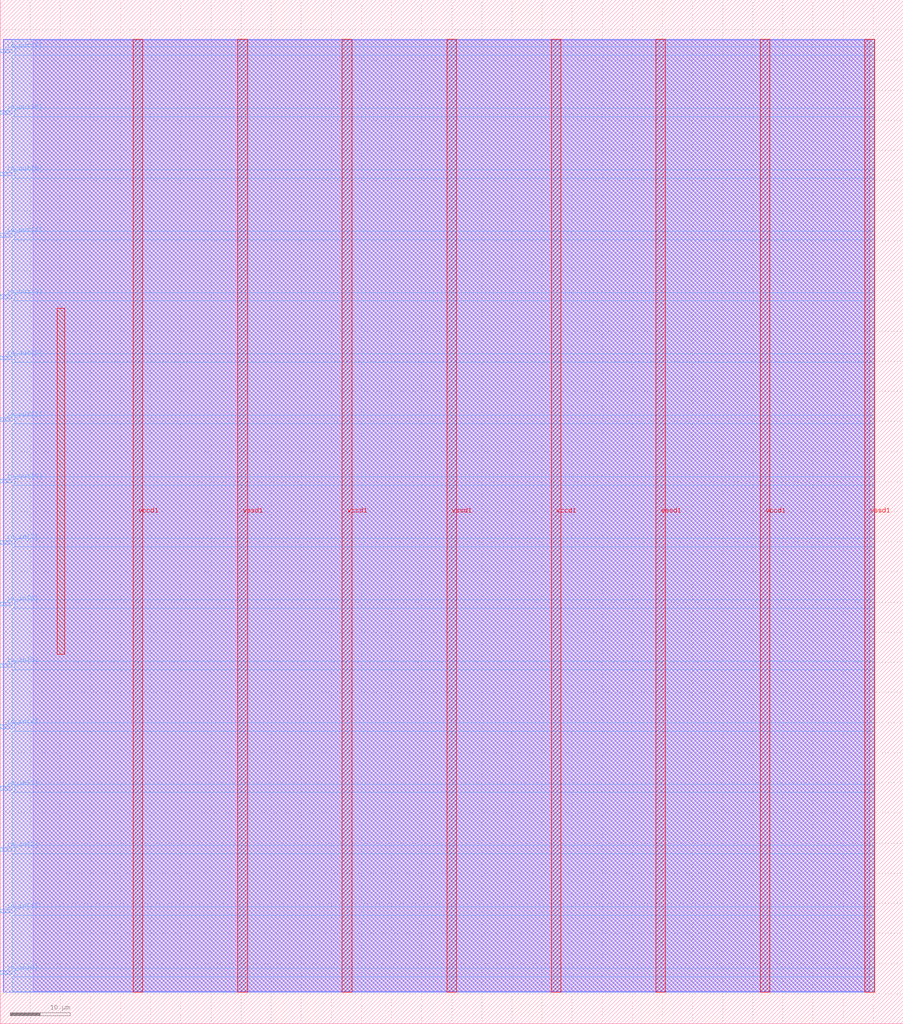
<source format=lef>
VERSION 5.7 ;
  NOWIREEXTENSIONATPIN ON ;
  DIVIDERCHAR "/" ;
  BUSBITCHARS "[]" ;
MACRO robbertvanginkel_hamming74
  CLASS BLOCK ;
  FOREIGN robbertvanginkel_hamming74 ;
  ORIGIN 0.000 0.000 ;
  SIZE 150.000 BY 170.000 ;
  PIN io_in[0]
    DIRECTION INPUT ;
    USE SIGNAL ;
    PORT
      LAYER met3 ;
        RECT 0.000 8.200 2.000 8.800 ;
    END
  END io_in[0]
  PIN io_in[1]
    DIRECTION INPUT ;
    USE SIGNAL ;
    PORT
      LAYER met3 ;
        RECT 0.000 18.400 2.000 19.000 ;
    END
  END io_in[1]
  PIN io_in[2]
    DIRECTION INPUT ;
    USE SIGNAL ;
    PORT
      LAYER met3 ;
        RECT 0.000 28.600 2.000 29.200 ;
    END
  END io_in[2]
  PIN io_in[3]
    DIRECTION INPUT ;
    USE SIGNAL ;
    PORT
      LAYER met3 ;
        RECT 0.000 38.800 2.000 39.400 ;
    END
  END io_in[3]
  PIN io_in[4]
    DIRECTION INPUT ;
    USE SIGNAL ;
    PORT
      LAYER met3 ;
        RECT 0.000 49.000 2.000 49.600 ;
    END
  END io_in[4]
  PIN io_in[5]
    DIRECTION INPUT ;
    USE SIGNAL ;
    PORT
      LAYER met3 ;
        RECT 0.000 59.200 2.000 59.800 ;
    END
  END io_in[5]
  PIN io_in[6]
    DIRECTION INPUT ;
    USE SIGNAL ;
    PORT
      LAYER met3 ;
        RECT 0.000 69.400 2.000 70.000 ;
    END
  END io_in[6]
  PIN io_in[7]
    DIRECTION INPUT ;
    USE SIGNAL ;
    PORT
      LAYER met3 ;
        RECT 0.000 79.600 2.000 80.200 ;
    END
  END io_in[7]
  PIN io_out[0]
    DIRECTION OUTPUT TRISTATE ;
    USE SIGNAL ;
    PORT
      LAYER met3 ;
        RECT 0.000 89.800 2.000 90.400 ;
    END
  END io_out[0]
  PIN io_out[1]
    DIRECTION OUTPUT TRISTATE ;
    USE SIGNAL ;
    PORT
      LAYER met3 ;
        RECT 0.000 100.000 2.000 100.600 ;
    END
  END io_out[1]
  PIN io_out[2]
    DIRECTION OUTPUT TRISTATE ;
    USE SIGNAL ;
    PORT
      LAYER met3 ;
        RECT 0.000 110.200 2.000 110.800 ;
    END
  END io_out[2]
  PIN io_out[3]
    DIRECTION OUTPUT TRISTATE ;
    USE SIGNAL ;
    PORT
      LAYER met3 ;
        RECT 0.000 120.400 2.000 121.000 ;
    END
  END io_out[3]
  PIN io_out[4]
    DIRECTION OUTPUT TRISTATE ;
    USE SIGNAL ;
    PORT
      LAYER met3 ;
        RECT 0.000 130.600 2.000 131.200 ;
    END
  END io_out[4]
  PIN io_out[5]
    DIRECTION OUTPUT TRISTATE ;
    USE SIGNAL ;
    PORT
      LAYER met3 ;
        RECT 0.000 140.800 2.000 141.400 ;
    END
  END io_out[5]
  PIN io_out[6]
    DIRECTION OUTPUT TRISTATE ;
    USE SIGNAL ;
    PORT
      LAYER met3 ;
        RECT 0.000 151.000 2.000 151.600 ;
    END
  END io_out[6]
  PIN io_out[7]
    DIRECTION OUTPUT TRISTATE ;
    USE SIGNAL ;
    PORT
      LAYER met3 ;
        RECT 0.000 161.200 2.000 161.800 ;
    END
  END io_out[7]
  PIN vccd1
    DIRECTION INOUT ;
    USE POWER ;
    PORT
      LAYER met4 ;
        RECT 22.085 5.200 23.685 163.440 ;
    END
    PORT
      LAYER met4 ;
        RECT 56.815 5.200 58.415 163.440 ;
    END
    PORT
      LAYER met4 ;
        RECT 91.545 5.200 93.145 163.440 ;
    END
    PORT
      LAYER met4 ;
        RECT 126.275 5.200 127.875 163.440 ;
    END
  END vccd1
  PIN vssd1
    DIRECTION INOUT ;
    USE GROUND ;
    PORT
      LAYER met4 ;
        RECT 39.450 5.200 41.050 163.440 ;
    END
    PORT
      LAYER met4 ;
        RECT 74.180 5.200 75.780 163.440 ;
    END
    PORT
      LAYER met4 ;
        RECT 108.910 5.200 110.510 163.440 ;
    END
    PORT
      LAYER met4 ;
        RECT 143.640 5.200 145.240 163.440 ;
    END
  END vssd1
  OBS
      LAYER li1 ;
        RECT 5.520 5.355 144.440 163.285 ;
      LAYER met1 ;
        RECT 0.530 5.200 145.240 163.440 ;
      LAYER met2 ;
        RECT 0.560 5.255 145.210 163.385 ;
      LAYER met3 ;
        RECT 2.000 162.200 145.230 163.365 ;
        RECT 2.400 160.800 145.230 162.200 ;
        RECT 2.000 152.000 145.230 160.800 ;
        RECT 2.400 150.600 145.230 152.000 ;
        RECT 2.000 141.800 145.230 150.600 ;
        RECT 2.400 140.400 145.230 141.800 ;
        RECT 2.000 131.600 145.230 140.400 ;
        RECT 2.400 130.200 145.230 131.600 ;
        RECT 2.000 121.400 145.230 130.200 ;
        RECT 2.400 120.000 145.230 121.400 ;
        RECT 2.000 111.200 145.230 120.000 ;
        RECT 2.400 109.800 145.230 111.200 ;
        RECT 2.000 101.000 145.230 109.800 ;
        RECT 2.400 99.600 145.230 101.000 ;
        RECT 2.000 90.800 145.230 99.600 ;
        RECT 2.400 89.400 145.230 90.800 ;
        RECT 2.000 80.600 145.230 89.400 ;
        RECT 2.400 79.200 145.230 80.600 ;
        RECT 2.000 70.400 145.230 79.200 ;
        RECT 2.400 69.000 145.230 70.400 ;
        RECT 2.000 60.200 145.230 69.000 ;
        RECT 2.400 58.800 145.230 60.200 ;
        RECT 2.000 50.000 145.230 58.800 ;
        RECT 2.400 48.600 145.230 50.000 ;
        RECT 2.000 39.800 145.230 48.600 ;
        RECT 2.400 38.400 145.230 39.800 ;
        RECT 2.000 29.600 145.230 38.400 ;
        RECT 2.400 28.200 145.230 29.600 ;
        RECT 2.000 19.400 145.230 28.200 ;
        RECT 2.400 18.000 145.230 19.400 ;
        RECT 2.000 9.200 145.230 18.000 ;
        RECT 2.400 7.800 145.230 9.200 ;
        RECT 2.000 5.275 145.230 7.800 ;
      LAYER met4 ;
        RECT 9.495 61.375 10.745 118.825 ;
  END
END robbertvanginkel_hamming74
END LIBRARY


</source>
